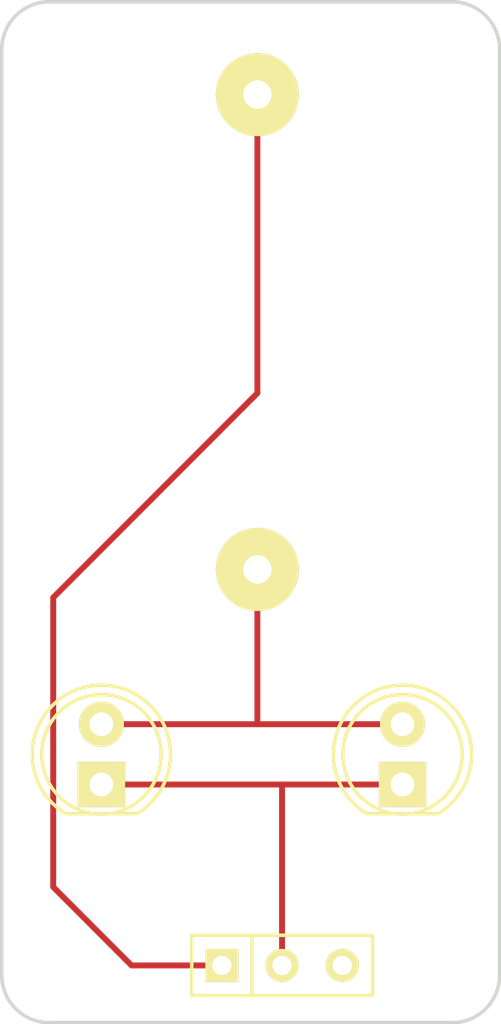
<source format=kicad_pcb>

(kicad_pcb
  (version 20171130)
  (host pcbnew "(5.1.12)-1")
  (general
    (thickness 1.6)
    (drawings 14)
    (tracks 13)
    (zones 0)
    (modules 5)
    (nets 1))
  (page A4)
  (layers
    (0 F.Cu signal)
    (31 B.Cu signal)
    (32 B.Adhes user hide)
    (33 F.Adhes user hide)
    (34 B.Paste user hide)
    (35 F.Paste user hide)
    (36 B.SilkS user hide)
    (37 F.SilkS user hide)
    (38 B.Mask user hide)
    (39 F.Mask user hide)
    (40 Dwgs.User user hide)
    (41 Cmts.User user hide)
    (42 Eco1.User user hide)
    (43 Eco2.User user hide)
    (44 Edge.Cuts user)
    (45 Margin user hide)
    (46 B.CrtYd user hide)
    (47 F.CrtYd user hide)
    (48 B.Fab user hide)
    (49 F.Fab user hide))
  (setup
    (last_trace_width 0.25)
    (trace_clearance 0.2)
    (zone_clearance 0.508)
    (zone_45_only no)
    (trace_min 0.2)
    (via_size 0.6)
    (via_drill 0.4)
    (via_min_size 0.4)
    (via_min_drill 0.3)
    (uvia_size 0.3)
    (uvia_drill 0.1)
    (uvias_allowed no)
    (uvia_min_size 0.2)
    (uvia_min_drill 0.1)
    (edge_width 0.15)
    (segment_width 0.2)
    (pcb_text_width 0.3)
    (pcb_text_size 1.5 1.5)
    (mod_edge_width 0.15)
    (mod_text_size 1 1)
    (mod_text_width 0.15)
    (pad_size 1.524 1.524)
    (pad_drill 0.762)
    (pad_to_mask_clearance 0.2)
    (aux_axis_origin 0 0)
    (grid_origin 93.218 85.09)
    (visible_elements 7FFFFFFF)
    (pcbplotparams
      (layerselection 0x010f0_80000001)
      (usegerberextensions false)
      (usegerberattributes true)
      (usegerberadvancedattributes true)
      (creategerberjobfile true)
      (excludeedgelayer true)
      (linewidth 0.15)
      (plotframeref false)
      (viasonmask false)
      (mode 1)
      (useauxorigin false)
      (hpglpennumber 1)
      (hpglpenspeed 20)
      (hpglpendiameter 15.0)
      (psnegative false)
      (psa4output false)
      (plotreference true)
      (plotvalue true)
      (plotinvisibletext false)
      (padsonsilk false)
      (subtractmaskfromsilk false)
      (outputformat 1)
      (mirror false)
      (drillshape 0)
      (scaleselection 1)
      (outputdirectory "")))
  (net 0 "")
  (net_class Default "This is the default net class."
    (clearance 0.2)
    (trace_width 0.25)
    (via_dia 0.6)
    (via_drill 0.4)
    (uvia_dia 0.3)
    (uvia_drill 0.1))
  (module Buttons_Switches_ThroughHole:SW_Micro_SPST
    (layer F.Cu)
    (tedit 57014A92)
    (tstamp 57013BCC)
    (at 66.04 106.68)
    (tags "Switch Micro SPST")
    (fp_text reference REF**_5
      (at 0 -2.54)
      (layer F.SilkS) hide
      (effects
        (font
          (size 1 1)
          (thickness 0.15))))
    (fp_text value SW_Micro_SPST
      (at 0.025 2.45)
      (layer F.Fab) hide
      (effects
        (font
          (size 1 1)
          (thickness 0.15))))
    (fp_line
      (start -1.27 -1.27)
      (end -1.27 1.27)
      (layer F.SilkS)
      (width 0.15))
    (fp_line
      (start 3.81 1.27)
      (end -3.81 1.27)
      (layer F.SilkS)
      (width 0.15))
    (fp_line
      (start 3.81 -1.27)
      (end 3.81 1.27)
      (layer F.SilkS)
      (width 0.15))
    (fp_line
      (start -3.81 -1.27)
      (end 3.81 -1.27)
      (layer F.SilkS)
      (width 0.15))
    (fp_line
      (start -3.81 1.27)
      (end -3.81 -1.27)
      (layer F.SilkS)
      (width 0.15))
    (pad 1 thru_hole rect
      (at -2.54 0)
      (size 1.397 1.397)
      (drill 0.8128)
      (layers *.Cu *.Mask F.SilkS))
    (pad 2 thru_hole circle
      (at 0 0)
      (size 1.397 1.397)
      (drill 0.8128)
      (layers *.Cu *.Mask F.SilkS))
    (pad 3 thru_hole circle
      (at 2.54 0)
      (size 1.397 1.397)
      (drill 0.8128)
      (layers *.Cu *.Mask F.SilkS))
    (model Buttons_Switches_ThroughHole.3dshapes/SW_Micro_SPST.wrl
      (at
        (xyz 0 0 0))
      (scale
        (xyz 0.33 0.33 0.33))
      (rotate
        (xyz 0 0 0))))
  (module LEDs:LED-5MM
    (layer F.Cu)
    (tedit 57014A9D)
    (tstamp 57013D01)
    (at 58.42 99.06 90)
    (descr "LED 5mm round vertical")
    (tags "LED 5mm round vertical")
    (fp_text reference REF**_4
      (at 1.524 4.064 90)
      (layer F.SilkS) hide
      (effects
        (font
          (size 1 1)
          (thickness 0.15))))
    (fp_text value LED-5MM
      (at 1.524 -3.937 90)
      (layer F.Fab) hide
      (effects
        (font
          (size 1 1)
          (thickness 0.15))))
    (fp_text user K
      (at -1.905 1.905 90)
      (layer F.SilkS) hide
      (effects
        (font
          (size 1 1)
          (thickness 0.15))))
    (fp_circle
      (center 1.27 0)
      (end 0.97 -2.5)
      (layer F.SilkS)
      (width 0.15))
    (fp_line
      (start -1.23 1.5)
      (end -1.23 -1.5)
      (layer F.SilkS)
      (width 0.15))
    (fp_line
      (start -1.5 -1.55)
      (end -1.5 1.55)
      (layer F.CrtYd)
      (width 0.05))
    (fp_arc
      (start 1.3 0)
      (end -1.5 1.55)
      (angle -302)
      (layer F.CrtYd)
      (width 0.05))
    (fp_arc
      (start 1.27 0)
      (end -1.23 -1.5)
      (angle 297.5)
      (layer F.SilkS)
      (width 0.15))
    (pad 1 thru_hole rect
      (at 0 0 180)
      (size 2 1.9)
      (drill 1.00076)
      (layers *.Cu *.Mask F.SilkS))
    (pad 2 thru_hole circle
      (at 2.54 0 90)
      (size 1.9 1.9)
      (drill 1.00076)
      (layers *.Cu *.Mask F.SilkS))
    (model LEDs.3dshapes/LED-5MM.wrl
      (offset
        (xyz 1.269999980926514 0 0))
      (scale
        (xyz 1 1 1))
      (rotate
        (xyz 0 0 90))))
  (module LEDs:LED-5MM
    (layer F.Cu)
    (tedit 57014AA0)
    (tstamp 57013D0D)
    (at 71.12 99.06 90)
    (descr "LED 5mm round vertical")
    (tags "LED 5mm round vertical")
    (fp_text reference REF**_3
      (at 1.524 4.064 90)
      (layer F.SilkS) hide
      (effects
        (font
          (size 1 1)
          (thickness 0.15))))
    (fp_text value LED-5MM
      (at 1.524 -3.937 90)
      (layer F.Fab) hide
      (effects
        (font
          (size 1 1)
          (thickness 0.15))))
    (fp_text user K
      (at -1.905 1.905 90)
      (layer F.SilkS) hide
      (effects
        (font
          (size 1 1)
          (thickness 0.15))))
    (fp_circle
      (center 1.27 0)
      (end 0.97 -2.5)
      (layer F.SilkS)
      (width 0.15))
    (fp_line
      (start -1.23 1.5)
      (end -1.23 -1.5)
      (layer F.SilkS)
      (width 0.15))
    (fp_line
      (start -1.5 -1.55)
      (end -1.5 1.55)
      (layer F.CrtYd)
      (width 0.05))
    (fp_arc
      (start 1.3 0)
      (end -1.5 1.55)
      (angle -302)
      (layer F.CrtYd)
      (width 0.05))
    (fp_arc
      (start 1.27 0)
      (end -1.23 -1.5)
      (angle 297.5)
      (layer F.SilkS)
      (width 0.15))
    (pad 1 thru_hole rect
      (at 0 0 180)
      (size 2 1.9)
      (drill 1.00076)
      (layers *.Cu *.Mask F.SilkS))
    (pad 2 thru_hole circle
      (at 2.54 0 90)
      (size 1.9 1.9)
      (drill 1.00076)
      (layers *.Cu *.Mask F.SilkS))
    (model LEDs.3dshapes/LED-5MM.wrl
      (offset
        (xyz 1.269999980926514 0 0))
      (scale
        (xyz 1 1 1))
      (rotate
        (xyz 0 0 90))))
  (module Wire_Pads:SolderWirePad_single_1-2mmDrill
    (layer F.Cu)
    (tedit 57014A79)
    (tstamp 570146C1)
    (at 65 90)
    (fp_text reference REF**_2
      (at 0 -3.81)
      (layer F.SilkS) hide
      (effects
        (font
          (size 1 1)
          (thickness 0.15))))
    (fp_text value +
      (at -1.905 3.175)
      (layer F.Fab) hide
      (effects
        (font
          (size 1 1)
          (thickness 0.15))))
    (pad 1 thru_hole circle
      (at 0 0)
      (size 3.50012 3.50012)
      (drill 1.19888)
      (layers *.Cu *.Mask F.SilkS)))
  (module Wire_Pads:SolderWirePad_single_1-2mmDrill
    (layer F.Cu)
    (tedit 57014A76)
    (tstamp 570146C6)
    (at 65 70)
    (fp_text reference REF**
      (at 0 -3.81)
      (layer F.SilkS) hide
      (effects
        (font
          (size 1 1)
          (thickness 0.15))))
    (fp_text value -
      (at -1.905 3.175)
      (layer F.Fab) hide
      (effects
        (font
          (size 1 1)
          (thickness 0.15))))
    (pad 1 thru_hole circle
      (at 0 0)
      (size 3.50012 3.50012)
      (drill 1.19888)
      (layers *.Cu *.Mask F.SilkS)))
  (dimension 20
    (width 0.3)
    (layer Cmts.User)
    (gr_text "20.000 mm"
      (at 49.868 80.09 270)
      (layer Cmts.User)
      (effects
        (font
          (size 1.5 1.5)
          (thickness 0.3))))
    (feature1
      (pts
        (xy 61.218 90.09)
        (xy 48.518 90.09)))
    (feature2
      (pts
        (xy 61.218 70.09)
        (xy 48.518 70.09)))
    (crossbar
      (pts
        (xy 51.218 70.09)
        (xy 51.218 90.09)))
    (arrow1a
      (pts
        (xy 51.218 90.09)
        (xy 50.631579 88.963496)))
    (arrow1b
      (pts
        (xy 51.218 90.09)
        (xy 51.804421 88.963496)))
    (arrow2a
      (pts
        (xy 51.218 70.09)
        (xy 50.631579 71.216504)))
    (arrow2b
      (pts
        (xy 51.218 70.09)
        (xy 51.804421 71.216504))))
  (dimension 43
    (width 0.3)
    (layer Cmts.User)
    (gr_text "43.000 mm"
      (at 75.718 121.44)
      (layer Cmts.User)
      (effects
        (font
          (size 1.5 1.5)
          (thickness 0.3))))
    (feature1
      (pts
        (xy 54.218 111.09)
        (xy 54.218 122.79)))
    (feature2
      (pts
        (xy 97.218 111.09)
        (xy 97.218 122.79)))
    (crossbar
      (pts
        (xy 97.218 120.09)
        (xy 54.218 120.09)))
    (arrow1a
      (pts
        (xy 54.218 120.09)
        (xy 55.344504 119.503579)))
    (arrow1b
      (pts
        (xy 54.218 120.09)
        (xy 55.344504 120.676421)))
    (arrow2a
      (pts
        (xy 97.218 120.09)
        (xy 96.091496 119.503579)))
    (arrow2b
      (pts
        (xy 97.218 120.09)
        (xy 96.091496 120.676421))))
  (dimension 21
    (width 0.3)
    (layer Cmts.User)
    (gr_text "21.000 mm"
      (at 86.718 61.74)
      (layer Cmts.User)
      (effects
        (font
          (size 1.5 1.5)
          (thickness 0.3))))
    (feature1
      (pts
        (xy 76.218 111.09)
        (xy 76.218 60.39)))
    (feature2
      (pts
        (xy 97.218 111.09)
        (xy 97.218 60.39)))
    (crossbar
      (pts
        (xy 97.218 63.09)
        (xy 76.218 63.09)))
    (arrow1a
      (pts
        (xy 76.218 63.09)
        (xy 77.344504 62.503579)))
    (arrow1b
      (pts
        (xy 76.218 63.09)
        (xy 77.344504 63.676421)))
    (arrow2a
      (pts
        (xy 97.218 63.09)
        (xy 96.091496 62.503579)))
    (arrow2b
      (pts
        (xy 97.218 63.09)
        (xy 96.091496 63.676421))))
  (dimension 43
    (width 0.3)
    (layer Cmts.User)
    (gr_text "43.000 mm"
      (at 104.568 87.59 90)
      (layer Cmts.User)
      (effects
        (font
          (size 1.5 1.5)
          (thickness 0.3))))
    (feature1
      (pts
        (xy 77.218 66.09)
        (xy 105.918 66.09)))
    (feature2
      (pts
        (xy 77.218 109.09)
        (xy 105.918 109.09)))
    (crossbar
      (pts
        (xy 103.218 109.09)
        (xy 103.218 66.09)))
    (arrow1a
      (pts
        (xy 103.218 66.09)
        (xy 103.804421 67.216504)))
    (arrow1b
      (pts
        (xy 103.218 66.09)
        (xy 102.631579 67.216504)))
    (arrow2a
      (pts
        (xy 103.218 109.09)
        (xy 103.804421 107.963496)))
    (arrow2b
      (pts
        (xy 103.218 109.09)
        (xy 102.631579 107.963496))))
  (gr_text "AWDB\n2016"
    (at 87.218 79.09)
    (layer B.SilkS)
    (effects
      (font
        (size 1.5 1.5)
        (thickness 0.3))
      (justify mirror)))
  (gr_line
    (start 75.218 107.09)
    (end 75.218 101.09)
    (angle 90)
    (layer Edge.Cuts)
    (width 0.15))
  (gr_line
    (start 75.218 68.09)
    (end 75.218 101.09)
    (angle 90)
    (layer Edge.Cuts)
    (width 0.15))
  (gr_line
    (start 56.218 109.09)
    (end 73.218 109.09)
    (angle 90)
    (layer Edge.Cuts)
    (width 0.15))
  (gr_line
    (start 54.218 68.09)
    (end 54.218 107.09)
    (angle 90)
    (layer Edge.Cuts)
    (width 0.15))
  (gr_line
    (start 73.218 66.09)
    (end 56.218 66.09)
    (angle 90)
    (layer Edge.Cuts)
    (width 0.15))
  (gr_arc
    (start 56.218 107.09)
    (end 56.218 109.09)
    (angle 90)
    (layer Edge.Cuts)
    (width 0.15))
  (gr_arc
    (start 73.218 107.09)
    (end 75.218 107.09)
    (angle 90)
    (layer Edge.Cuts)
    (width 0.15))
  (gr_arc
    (start 73.218 68.09)
    (end 73.218 66.09)
    (angle 90)
    (layer Edge.Cuts)
    (width 0.15))
  (gr_arc
    (start 56.218 68.09)
    (end 54.218 68.09)
    (angle 90)
    (layer Edge.Cuts)
    (width 0.15))
  (segment
    (start 65 70)
    (end 65 82.574)
    (width 0.25)
    (layer F.Cu)
    (net 0))
  (segment
    (start 59.69 106.68)
    (end 63.5 106.68)
    (width 0.25)
    (layer F.Cu)
    (net 0)
    (tstamp 5701470C))
  (segment
    (start 56.388 103.378)
    (end 59.69 106.68)
    (width 0.25)
    (layer F.Cu)
    (net 0)
    (tstamp 5701470A))
  (segment
    (start 56.388 91.186)
    (end 56.388 103.378)
    (width 0.25)
    (layer F.Cu)
    (net 0)
    (tstamp 57014708))
  (segment
    (start 65 82.574)
    (end 56.388 91.186)
    (width 0.25)
    (layer F.Cu)
    (net 0)
    (tstamp 57014706))
  (segment
    (start 66.04 106.68)
    (end 66.04 99.06)
    (width 0.25)
    (layer F.Cu)
    (net 0))
  (segment
    (start 58.42 99.06)
    (end 66.04 99.06)
    (width 0.25)
    (layer F.Cu)
    (net 0))
  (segment
    (start 66.04 99.06)
    (end 71.12 99.06)
    (width 0.25)
    (layer F.Cu)
    (net 0)
    (tstamp 57014704))
  (segment
    (start 65 90)
    (end 65 96.496)
    (width 0.25)
    (layer F.Cu)
    (net 0))
  (segment
    (start 65 96.496)
    (end 64.976 96.52)
    (width 0.25)
    (layer F.Cu)
    (net 0)
    (tstamp 570146FC))
  (segment
    (start 64.976 96.52)
    (end 58.42 96.52)
    (width 0.25)
    (layer F.Cu)
    (net 0)
    (tstamp 570146FD))
  (segment
    (start 65.024 96.52)
    (end 71.12 96.52)
    (width 0.25)
    (layer F.Cu)
    (net 0)
    (tstamp 570146F9))
  (segment
    (start 65 96.496)
    (end 65.024 96.52)
    (width 0.25)
    (layer F.Cu)
    (net 0)
    (tstamp 570146F8)))
</source>
